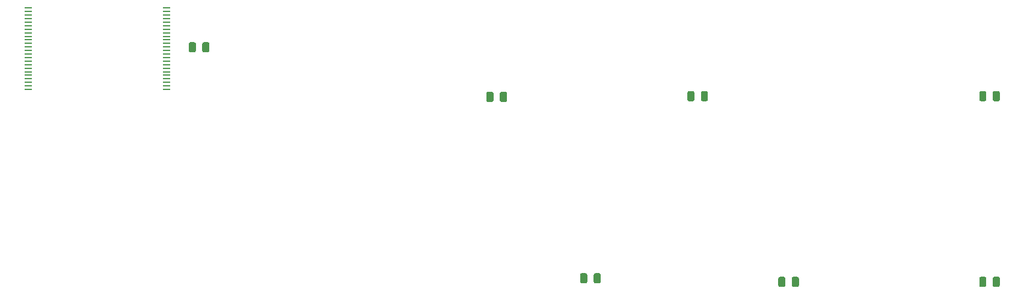
<source format=gbr>
%TF.GenerationSoftware,KiCad,Pcbnew,(5.1.7)-1*%
%TF.CreationDate,2021-09-17T17:18:02+01:00*%
%TF.ProjectId,Apricot-Expansion-RAM,41707269-636f-4742-9d45-7870616e7369,rev?*%
%TF.SameCoordinates,Original*%
%TF.FileFunction,Paste,Bot*%
%TF.FilePolarity,Positive*%
%FSLAX46Y46*%
G04 Gerber Fmt 4.6, Leading zero omitted, Abs format (unit mm)*
G04 Created by KiCad (PCBNEW (5.1.7)-1) date 2021-09-17 17:18:02*
%MOMM*%
%LPD*%
G01*
G04 APERTURE LIST*
%ADD10R,1.100000X0.250000*%
G04 APERTURE END LIST*
%TO.C,C11*%
G36*
G01*
X208842000Y-97550500D02*
X208842000Y-96600500D01*
G75*
G02*
X209092000Y-96350500I250000J0D01*
G01*
X209592000Y-96350500D01*
G75*
G02*
X209842000Y-96600500I0J-250000D01*
G01*
X209842000Y-97550500D01*
G75*
G02*
X209592000Y-97800500I-250000J0D01*
G01*
X209092000Y-97800500D01*
G75*
G02*
X208842000Y-97550500I0J250000D01*
G01*
G37*
G36*
G01*
X206942000Y-97550500D02*
X206942000Y-96600500D01*
G75*
G02*
X207192000Y-96350500I250000J0D01*
G01*
X207692000Y-96350500D01*
G75*
G02*
X207942000Y-96600500I0J-250000D01*
G01*
X207942000Y-97550500D01*
G75*
G02*
X207692000Y-97800500I-250000J0D01*
G01*
X207192000Y-97800500D01*
G75*
G02*
X206942000Y-97550500I0J250000D01*
G01*
G37*
%TD*%
%TO.C,C10*%
G36*
G01*
X180542000Y-97550500D02*
X180542000Y-96600500D01*
G75*
G02*
X180792000Y-96350500I250000J0D01*
G01*
X181292000Y-96350500D01*
G75*
G02*
X181542000Y-96600500I0J-250000D01*
G01*
X181542000Y-97550500D01*
G75*
G02*
X181292000Y-97800500I-250000J0D01*
G01*
X180792000Y-97800500D01*
G75*
G02*
X180542000Y-97550500I0J250000D01*
G01*
G37*
G36*
G01*
X178642000Y-97550500D02*
X178642000Y-96600500D01*
G75*
G02*
X178892000Y-96350500I250000J0D01*
G01*
X179392000Y-96350500D01*
G75*
G02*
X179642000Y-96600500I0J-250000D01*
G01*
X179642000Y-97550500D01*
G75*
G02*
X179392000Y-97800500I-250000J0D01*
G01*
X178892000Y-97800500D01*
G75*
G02*
X178642000Y-97550500I0J250000D01*
G01*
G37*
%TD*%
%TO.C,C9*%
G36*
G01*
X152642000Y-97050500D02*
X152642000Y-96100500D01*
G75*
G02*
X152892000Y-95850500I250000J0D01*
G01*
X153392000Y-95850500D01*
G75*
G02*
X153642000Y-96100500I0J-250000D01*
G01*
X153642000Y-97050500D01*
G75*
G02*
X153392000Y-97300500I-250000J0D01*
G01*
X152892000Y-97300500D01*
G75*
G02*
X152642000Y-97050500I0J250000D01*
G01*
G37*
G36*
G01*
X150742000Y-97050500D02*
X150742000Y-96100500D01*
G75*
G02*
X150992000Y-95850500I250000J0D01*
G01*
X151492000Y-95850500D01*
G75*
G02*
X151742000Y-96100500I0J-250000D01*
G01*
X151742000Y-97050500D01*
G75*
G02*
X151492000Y-97300500I-250000J0D01*
G01*
X150992000Y-97300500D01*
G75*
G02*
X150742000Y-97050500I0J250000D01*
G01*
G37*
%TD*%
%TO.C,C8*%
G36*
G01*
X167742000Y-71350500D02*
X167742000Y-70400500D01*
G75*
G02*
X167992000Y-70150500I250000J0D01*
G01*
X168492000Y-70150500D01*
G75*
G02*
X168742000Y-70400500I0J-250000D01*
G01*
X168742000Y-71350500D01*
G75*
G02*
X168492000Y-71600500I-250000J0D01*
G01*
X167992000Y-71600500D01*
G75*
G02*
X167742000Y-71350500I0J250000D01*
G01*
G37*
G36*
G01*
X165842000Y-71350500D02*
X165842000Y-70400500D01*
G75*
G02*
X166092000Y-70150500I250000J0D01*
G01*
X166592000Y-70150500D01*
G75*
G02*
X166842000Y-70400500I0J-250000D01*
G01*
X166842000Y-71350500D01*
G75*
G02*
X166592000Y-71600500I-250000J0D01*
G01*
X166092000Y-71600500D01*
G75*
G02*
X165842000Y-71350500I0J250000D01*
G01*
G37*
%TD*%
%TO.C,C7*%
G36*
G01*
X139442000Y-71450500D02*
X139442000Y-70500500D01*
G75*
G02*
X139692000Y-70250500I250000J0D01*
G01*
X140192000Y-70250500D01*
G75*
G02*
X140442000Y-70500500I0J-250000D01*
G01*
X140442000Y-71450500D01*
G75*
G02*
X140192000Y-71700500I-250000J0D01*
G01*
X139692000Y-71700500D01*
G75*
G02*
X139442000Y-71450500I0J250000D01*
G01*
G37*
G36*
G01*
X137542000Y-71450500D02*
X137542000Y-70500500D01*
G75*
G02*
X137792000Y-70250500I250000J0D01*
G01*
X138292000Y-70250500D01*
G75*
G02*
X138542000Y-70500500I0J-250000D01*
G01*
X138542000Y-71450500D01*
G75*
G02*
X138292000Y-71700500I-250000J0D01*
G01*
X137792000Y-71700500D01*
G75*
G02*
X137542000Y-71450500I0J250000D01*
G01*
G37*
%TD*%
%TO.C,C2*%
G36*
G01*
X208842000Y-71350500D02*
X208842000Y-70400500D01*
G75*
G02*
X209092000Y-70150500I250000J0D01*
G01*
X209592000Y-70150500D01*
G75*
G02*
X209842000Y-70400500I0J-250000D01*
G01*
X209842000Y-71350500D01*
G75*
G02*
X209592000Y-71600500I-250000J0D01*
G01*
X209092000Y-71600500D01*
G75*
G02*
X208842000Y-71350500I0J250000D01*
G01*
G37*
G36*
G01*
X206942000Y-71350500D02*
X206942000Y-70400500D01*
G75*
G02*
X207192000Y-70150500I250000J0D01*
G01*
X207692000Y-70150500D01*
G75*
G02*
X207942000Y-70400500I0J-250000D01*
G01*
X207942000Y-71350500D01*
G75*
G02*
X207692000Y-71600500I-250000J0D01*
G01*
X207192000Y-71600500D01*
G75*
G02*
X206942000Y-71350500I0J250000D01*
G01*
G37*
%TD*%
%TO.C,C1*%
G36*
G01*
X97542000Y-64450500D02*
X97542000Y-63500500D01*
G75*
G02*
X97792000Y-63250500I250000J0D01*
G01*
X98292000Y-63250500D01*
G75*
G02*
X98542000Y-63500500I0J-250000D01*
G01*
X98542000Y-64450500D01*
G75*
G02*
X98292000Y-64700500I-250000J0D01*
G01*
X97792000Y-64700500D01*
G75*
G02*
X97542000Y-64450500I0J250000D01*
G01*
G37*
G36*
G01*
X95642000Y-64450500D02*
X95642000Y-63500500D01*
G75*
G02*
X95892000Y-63250500I250000J0D01*
G01*
X96392000Y-63250500D01*
G75*
G02*
X96642000Y-63500500I0J-250000D01*
G01*
X96642000Y-64450500D01*
G75*
G02*
X96392000Y-64700500I-250000J0D01*
G01*
X95892000Y-64700500D01*
G75*
G02*
X95642000Y-64450500I0J250000D01*
G01*
G37*
%TD*%
D10*
%TO.C,SRAM1*%
X73042000Y-58425500D03*
X73042000Y-58925500D03*
X73042000Y-59425500D03*
X73042000Y-59925500D03*
X73042000Y-60425500D03*
X73042000Y-60925500D03*
X73042000Y-61425500D03*
X73042000Y-61925500D03*
X73042000Y-62425500D03*
X73042000Y-62925500D03*
X73042000Y-63425500D03*
X73042000Y-63925500D03*
X73042000Y-64425500D03*
X73042000Y-64925500D03*
X73042000Y-65425500D03*
X73042000Y-65925500D03*
X73042000Y-66425500D03*
X73042000Y-66925500D03*
X73042000Y-67425500D03*
X73042000Y-67925500D03*
X73042000Y-68425500D03*
X73042000Y-68925500D03*
X73042000Y-69425500D03*
X92542000Y-69925500D03*
X92542000Y-69425500D03*
X92542000Y-68925500D03*
X92542000Y-68425500D03*
X92542000Y-67925500D03*
X92542000Y-67425500D03*
X92542000Y-66925500D03*
X92542000Y-66425500D03*
X92542000Y-65925500D03*
X92542000Y-65425500D03*
X92542000Y-64925500D03*
X92542000Y-64425500D03*
X92542000Y-63925500D03*
X92542000Y-63425500D03*
X92542000Y-62925500D03*
X92542000Y-62425500D03*
X92542000Y-61925500D03*
X92542000Y-61425500D03*
X92542000Y-60925500D03*
X92542000Y-60425500D03*
X92542000Y-59925500D03*
X92542000Y-59425500D03*
X92542000Y-58925500D03*
X73042000Y-69925500D03*
X92542000Y-58425500D03*
%TD*%
M02*

</source>
